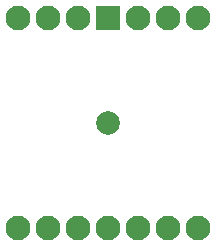
<source format=gts>
G04 #@! TF.GenerationSoftware,KiCad,Pcbnew,8.0.7*
G04 #@! TF.CreationDate,2025-01-27T18:49:31+01:00*
G04 #@! TF.ProjectId,Socket,536f636b-6574-42e6-9b69-6361645f7063,rev?*
G04 #@! TF.SameCoordinates,Original*
G04 #@! TF.FileFunction,Soldermask,Top*
G04 #@! TF.FilePolarity,Negative*
%FSLAX46Y46*%
G04 Gerber Fmt 4.6, Leading zero omitted, Abs format (unit mm)*
G04 Created by KiCad (PCBNEW 8.0.7) date 2025-01-27 18:49:31*
%MOMM*%
%LPD*%
G01*
G04 APERTURE LIST*
G04 Aperture macros list*
%AMRoundRect*
0 Rectangle with rounded corners*
0 $1 Rounding radius*
0 $2 $3 $4 $5 $6 $7 $8 $9 X,Y pos of 4 corners*
0 Add a 4 corners polygon primitive as box body*
4,1,4,$2,$3,$4,$5,$6,$7,$8,$9,$2,$3,0*
0 Add four circle primitives for the rounded corners*
1,1,$1+$1,$2,$3*
1,1,$1+$1,$4,$5*
1,1,$1+$1,$6,$7*
1,1,$1+$1,$8,$9*
0 Add four rect primitives between the rounded corners*
20,1,$1+$1,$2,$3,$4,$5,0*
20,1,$1+$1,$4,$5,$6,$7,0*
20,1,$1+$1,$6,$7,$8,$9,0*
20,1,$1+$1,$8,$9,$2,$3,0*%
G04 Aperture macros list end*
%ADD10C,2.000000*%
%ADD11C,2.100000*%
%ADD12RoundRect,0.050000X-1.000000X-1.000000X1.000000X-1.000000X1.000000X1.000000X-1.000000X1.000000X0*%
G04 APERTURE END LIST*
D10*
X7620000Y8890000D03*
D11*
X0Y17780000D03*
X2540000Y17780000D03*
X5080000Y17780000D03*
D12*
X7620000Y17780000D03*
D11*
X10160000Y17780000D03*
X12700000Y17780000D03*
X15240000Y17780000D03*
X0Y0D03*
X2540000Y0D03*
X5080000Y0D03*
X7620000Y0D03*
X10160000Y0D03*
X12700000Y0D03*
X15240000Y0D03*
M02*

</source>
